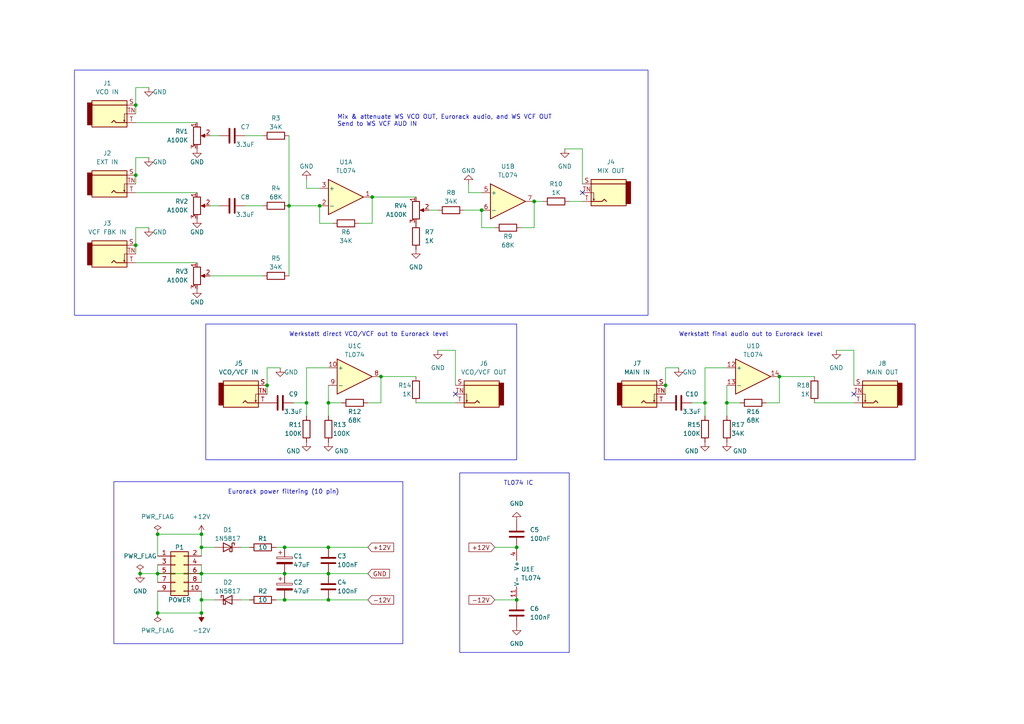
<source format=kicad_sch>
(kicad_sch (version 20230121) (generator eeschema)
  (paper "A4")
  (title_block (title "Werkstatt-01 Eurorack Adaptor") (date "2024-02-04") (rev "1") (company "Depthbuffer") (comment 2 "and a fat bass monster") (comment 3 "into a Eurorack voice") (comment 4 "Turn your Werkstatt-01"))
  (lib_symbols
    (symbol "Amplifier_Operational:TL074" (pin_names (offset 0.127))
      (property "Reference" "U" (at 0 5.08 0))
      (property "Value" "TL074" (at 0 -5.08 0))
      (symbol "TL074_1_1"
        (polyline (pts (xy -5.08 5.08) (xy 5.08 0) (xy -5.08 -5.08) (xy -5.08 5.08)) (stroke (width 0.254)) (fill (type background)))
        (pin output line (at 7.62 0 180) (length 2.54) (name "~") (number "1"))
        (pin input line (at -7.62 -2.54 0) (length 2.54) (name "-") (number "2"))
        (pin input line (at -7.62 2.54 0) (length 2.54) (name "+") (number "3"))
      )
      (symbol "TL074_2_1"
        (polyline (pts (xy -5.08 5.08) (xy 5.08 0) (xy -5.08 -5.08) (xy -5.08 5.08)) (stroke (width 0.254)) (fill (type background)))
        (pin input line (at -7.62 2.54 0) (length 2.54) (name "+") (number "5"))
        (pin input line (at -7.62 -2.54 0) (length 2.54) (name "-") (number "6"))
        (pin output line (at 7.62 0 180) (length 2.54) (name "~") (number "7"))
      )
      (symbol "TL074_3_1"
        (polyline (pts (xy -5.08 5.08) (xy 5.08 0) (xy -5.08 -5.08) (xy -5.08 5.08)) (stroke (width 0.254)) (fill (type background)))
        (pin input line (at -7.62 2.54 0) (length 2.54) (name "+") (number "10"))
        (pin output line (at 7.62 0 180) (length 2.54) (name "~") (number "8"))
        (pin input line (at -7.62 -2.54 0) (length 2.54) (name "-") (number "9"))
      )
      (symbol "TL074_4_1"
        (polyline (pts (xy -5.08 5.08) (xy 5.08 0) (xy -5.08 -5.08) (xy -5.08 5.08)) (stroke (width 0.254)) (fill (type background)))
        (pin input line (at -7.62 2.54 0) (length 2.54) (name "+") (number "12"))
        (pin input line (at -7.62 -2.54 0) (length 2.54) (name "-") (number "13"))
        (pin output line (at 7.62 0 180) (length 2.54) (name "~") (number "14"))
      )
      (symbol "TL074_5_1"
        (pin power_in line (at -2.54 -7.62 90) (length 3.81) (name "V-") (number "11"))
        (pin power_in line (at -2.54 7.62 270) (length 3.81) (name "V+") (number "4"))
      )
    )
    (symbol "Connector_Generic:Conn_02x05_Odd_Even" (pin_names (offset 1.016) hide)
      (property "Reference" "J" (at 1.27 7.62 0))
      (property "Value" "Conn_02x05_Odd_Even" (at 1.27 -7.62 0))
      (symbol "Conn_02x05_Odd_Even_1_1"
        (rectangle (start -1.27 -4.953) (end 0 -5.207) (stroke (width 0.1524)))
        (rectangle (start -1.27 -2.413) (end 0 -2.667) (stroke (width 0.1524)))
        (rectangle (start -1.27 0.127) (end 0 -0.127) (stroke (width 0.1524)))
        (rectangle (start -1.27 2.667) (end 0 2.413) (stroke (width 0.1524)))
        (rectangle (start -1.27 5.207) (end 0 4.953) (stroke (width 0.1524)))
        (rectangle (start -1.27 6.35) (end 3.81 -6.35) (stroke (width 0.254)) (fill (type background)))
        (rectangle (start 3.81 -4.953) (end 2.54 -5.207) (stroke (width 0.1524)))
        (rectangle (start 3.81 -2.413) (end 2.54 -2.667) (stroke (width 0.1524)))
        (rectangle (start 3.81 0.127) (end 2.54 -0.127) (stroke (width 0.1524)))
        (rectangle (start 3.81 2.667) (end 2.54 2.413) (stroke (width 0.1524)))
        (rectangle (start 3.81 5.207) (end 2.54 4.953) (stroke (width 0.1524)))
        (pin passive line (at -5.08 5.08 0) (length 3.81) (name "Pin_1") (number "1"))
        (pin passive line (at 7.62 -5.08 180) (length 3.81) (name "Pin_10") (number "10"))
        (pin passive line (at 7.62 5.08 180) (length 3.81) (name "Pin_2") (number "2"))
        (pin passive line (at -5.08 2.54 0) (length 3.81) (name "Pin_3") (number "3"))
        (pin passive line (at 7.62 2.54 180) (length 3.81) (name "Pin_4") (number "4"))
        (pin passive line (at -5.08 0 0) (length 3.81) (name "Pin_5") (number "5"))
        (pin passive line (at 7.62 0 180) (length 3.81) (name "Pin_6") (number "6"))
        (pin passive line (at -5.08 -2.54 0) (length 3.81) (name "Pin_7") (number "7"))
        (pin passive line (at 7.62 -2.54 180) (length 3.81) (name "Pin_8") (number "8"))
        (pin passive line (at -5.08 -5.08 0) (length 3.81) (name "Pin_9") (number "9"))
      )
    )
    (symbol "Device:C" (pin_numbers hide) (pin_names (offset 0.254))
      (property "Reference" "C" (at 0.635 2.54 0))
      (property "Value" "C" (at 0.635 -2.54 0))
      (symbol "C_0_1"
        (polyline (pts (xy -2.032 -0.762) (xy 2.032 -0.762)) (stroke (width 0.508)))
        (polyline (pts (xy -2.032 0.762) (xy 2.032 0.762)) (stroke (width 0.508)))
      )
      (symbol "C_1_1"
        (pin passive line (at 0 3.81 270) (length 2.794) (name "~") (number "1"))
        (pin passive line (at 0 -3.81 90) (length 2.794) (name "~") (number "2"))
      )
    )
    (symbol "Device:C_Polarized" (pin_numbers hide) (pin_names (offset 0.254))
      (property "Reference" "C" (at 0.635 2.54 0))
      (property "Value" "C_Polarized" (at 0.635 -2.54 0))
      (symbol "C_Polarized_0_1"
        (rectangle (start -2.286 0.508) (end 2.286 1.016))
        (polyline (pts (xy -1.778 2.286) (xy -0.762 2.286)))
        (polyline (pts (xy -1.27 2.794) (xy -1.27 1.778)))
        (rectangle (start 2.286 -0.508) (end -2.286 -1.016) (fill (type outline)))
      )
      (symbol "C_Polarized_1_1"
        (pin passive line (at 0 3.81 270) (length 2.794) (name "~") (number "1"))
        (pin passive line (at 0 -3.81 90) (length 2.794) (name "~") (number "2"))
      )
    )
    (symbol "Device:R" (pin_numbers hide) (pin_names (offset 0))
      (property "Reference" "R" (at 2.032 0 90))
      (property "Value" "R" (at 0 0 90))
      (symbol "R_0_1"
        (rectangle (start -1.016 -2.54) (end 1.016 2.54) (stroke (width 0.254)))
      )
      (symbol "R_1_1"
        (pin passive line (at 0 3.81 270) (length 1.27) (name "~") (number "1"))
        (pin passive line (at 0 -3.81 90) (length 1.27) (name "~") (number "2"))
      )
    )
    (symbol "Device:R_Potentiometer" (pin_names (offset 1.016) hide)
      (property "Reference" "RV" (at -4.445 0 90))
      (property "Value" "R_Potentiometer" (at -2.54 0 90))
      (symbol "R_Potentiometer_0_1"
        (polyline (pts (xy 2.54 0) (xy 1.524 0)))
        (polyline (pts (xy 1.143 0) (xy 2.286 0.508) (xy 2.286 -0.508) (xy 1.143 0)) (fill (type outline)))
        (rectangle (start 1.016 2.54) (end -1.016 -2.54) (stroke (width 0.254)))
      )
      (symbol "R_Potentiometer_1_1"
        (pin passive line (at 0 3.81 270) (length 1.27) (name "1") (number "1"))
        (pin passive line (at 3.81 0 180) (length 1.27) (name "2") (number "2"))
        (pin passive line (at 0 -3.81 90) (length 1.27) (name "3") (number "3"))
      )
    )
    (symbol "Diode:1N5817" (pin_numbers hide) (pin_names (offset 1.016) hide)
      (property "Reference" "D" (at 0 2.54 0))
      (property "Value" "1N5817" (at 0 -2.54 0))
      (symbol "1N5817_0_1"
        (polyline (pts (xy 1.27 0) (xy -1.27 0)))
        (polyline (pts (xy 1.27 1.27) (xy 1.27 -1.27) (xy -1.27 0) (xy 1.27 1.27)) (stroke (width 0.254)))
        (polyline (pts (xy -1.905 0.635) (xy -1.905 1.27) (xy -1.27 1.27) (xy -1.27 -1.27) (xy -0.635 -1.27) (xy -0.635 -0.635)) (stroke (width 0.254)))
      )
      (symbol "1N5817_1_1"
        (pin passive line (at -3.81 0 0) (length 2.54) (name "K") (number "1"))
        (pin passive line (at 3.81 0 180) (length 2.54) (name "A") (number "2"))
      )
    )
    (symbol "JackSockets:Jack_TS_Normalled"
      (property "Reference" "J" (at 0 8.89 0))
      (property "Value" "Jack_TS_Normalled" (at 0 6.35 0))
      (symbol "Jack_TS_Normalled_0_1"
        (rectangle (start -6.985 3.175) (end -5.715 -3.175) (stroke (width 0.254)) (fill (type outline)))
        (rectangle (start -5.715 3.81) (end 4.445 -3.81) (stroke (width 0.254)) (fill (type background)))
        (polyline (pts (xy 3.683 -2.286) (xy 3.937 -1.778)))
        (polyline (pts (xy 4.445 2.54) (xy -5.715 2.54)) (stroke (width 0.254)))
        (polyline (pts (xy 0 -2.54) (xy 0.635 -1.905) (xy 1.27 -2.54) (xy 4.445 -2.54)) (stroke (width 0.254)))
        (polyline (pts (xy 4.445 0) (xy 3.683 0) (xy 3.683 -2.286) (xy 3.429 -1.778)))
      )
      (symbol "Jack_TS_Normalled_1_1"
        (pin passive line (at 6.985 2.54 180) (length 2.54) (name "~") (number "S"))
        (pin passive line (at 6.985 -2.54 180) (length 2.54) (name "~") (number "T"))
        (pin passive line (at 6.985 0 180) (length 2.54) (name "~") (number "TN"))
      )
    )
    (symbol "power:+12V" (power) (pin_names (offset 0))
      (property "Value" "+12V" (at 0 3.556 0))
      (symbol "+12V_0_1"
        (polyline (pts (xy -0.762 1.27) (xy 0 2.54)))
        (polyline (pts (xy 0 0) (xy 0 2.54)))
        (polyline (pts (xy 0 2.54) (xy 0.762 1.27)))
      )
      (symbol "+12V_1_1"
        (pin power_in line (at 0 0 90) (length 0) hide (name "+12V") (number "1"))
      )
    )
    (symbol "power:-12V" (power) (pin_names (offset 0))
      (property "Value" "-12V" (at 0 3.81 0))
      (symbol "-12V_0_0"
        (pin power_in line (at 0 0 90) (length 0) hide (name "-12V") (number "1"))
      )
      (symbol "-12V_0_1"
        (polyline (pts (xy 0 0) (xy 0 1.27) (xy 0.762 1.27) (xy 0 2.54) (xy -0.762 1.27) (xy 0 1.27)) (fill (type outline)))
      )
    )
    (symbol "power:GND" (power) (pin_names (offset 0))
      (property "Value" "GND" (at 0 -3.81 0))
      (symbol "GND_0_1"
        (polyline (pts (xy 0 0) (xy 0 -1.27) (xy 1.27 -1.27) (xy 0 -2.54) (xy -1.27 -1.27) (xy 0 -1.27)))
      )
      (symbol "GND_1_1"
        (pin power_in line (at 0 0 270) (length 0) hide (name "GND") (number "1"))
      )
    )
    (symbol "power:PWR_FLAG" (power) (pin_numbers hide) (pin_names (offset 0) hide)
      (property "Value" "PWR_FLAG" (at 0 3.81 0))
      (symbol "PWR_FLAG_0_0"
        (pin power_out line (at 0 0 90) (length 0) (name "pwr") (number "1"))
      )
      (symbol "PWR_FLAG_0_1"
        (polyline (pts (xy 0 0) (xy 0 1.27) (xy -1.016 1.905) (xy 0 2.54) (xy 1.016 1.905) (xy 0 1.27)))
      )
    )
  )
  (junction (at 95.25 173.99))
  (junction (at 226.06 109.22))
  (junction (at 39.37 71.12))
  (junction (at 149.86 173.99))
  (junction (at 82.55 166.37))
  (junction (at 88.9 116.84))
  (junction (at 77.47 111.76))
  (junction (at 107.95 57.15))
  (junction (at 95.25 116.84))
  (junction (at 92.71 59.69))
  (junction (at 58.42 154.94))
  (junction (at 58.42 158.75))
  (junction (at 110.49 109.22))
  (junction (at 82.55 158.75))
  (junction (at 58.42 177.8))
  (junction (at 154.94 58.42))
  (junction (at 82.55 173.99))
  (junction (at 95.25 158.75))
  (junction (at 95.25 166.37))
  (junction (at 149.86 158.75))
  (junction (at 39.37 30.48))
  (junction (at 58.42 173.99))
  (junction (at 45.72 166.37))
  (junction (at 39.37 50.8))
  (junction (at 210.82 116.84))
  (junction (at 45.72 154.94))
  (junction (at 204.47 116.84))
  (junction (at 83.82 59.69))
  (junction (at 139.7 60.96))
  (junction (at 58.42 166.37))
  (junction (at 40.64 166.37))
  (junction (at 45.72 177.8))
  (junction (at 193.04 111.76))
  (no_connect (at 168.91 55.88))
  (no_connect (at 132.08 114.3))
  (no_connect (at 247.65 114.3))
  (wire (pts (xy 85.09 116.84) (xy 88.9 116.84)))
  (wire (pts (xy 43.18 45.72) (xy 39.37 45.72)))
  (wire (pts (xy 110.49 116.84) (xy 106.68 116.84)))
  (wire (pts (xy 60.96 39.37) (xy 63.5 39.37)))
  (wire (pts (xy 60.96 59.69) (xy 63.5 59.69)))
  (wire (pts (xy 83.82 59.69) (xy 92.71 59.69)))
  (wire (pts (xy 107.95 64.77) (xy 104.14 64.77)))
  (wire (pts (xy 60.96 80.01) (xy 76.2 80.01)))
  (wire (pts (xy 43.18 25.4) (xy 39.37 25.4)))
  (wire (pts (xy 39.37 45.72) (xy 39.37 50.8)))
  (wire (pts (xy 110.49 109.22) (xy 120.65 109.22)))
  (wire (pts (xy 168.91 53.34) (xy 168.91 43.18)))
  (wire (pts (xy 39.37 66.04) (xy 39.37 71.12)))
  (wire (pts (xy 45.72 161.29) (xy 45.72 154.94)))
  (wire (pts (xy 135.89 53.34) (xy 135.89 55.88)))
  (wire (pts (xy 196.85 106.68) (xy 193.04 106.68)))
  (wire (pts (xy 204.47 106.68) (xy 204.47 116.84)))
  (wire (pts (xy 95.25 116.84) (xy 95.25 120.65)))
  (wire (pts (xy 82.55 173.99) (xy 95.25 173.99)))
  (wire (pts (xy 165.1 58.42) (xy 168.91 58.42)))
  (wire (pts (xy 71.12 59.69) (xy 76.2 59.69)))
  (wire (pts (xy 77.47 111.76) (xy 77.47 114.3)))
  (wire (pts (xy 95.25 173.99) (xy 106.68 173.99)))
  (wire (pts (xy 226.06 116.84) (xy 222.25 116.84)))
  (wire (pts (xy 39.37 25.4) (xy 39.37 30.48)))
  (wire (pts (xy 210.82 116.84) (xy 210.82 111.76)))
  (wire (pts (xy 143.51 173.99) (xy 149.86 173.99)))
  (wire (pts (xy 242.57 101.6) (xy 247.65 101.6)))
  (wire (pts (xy 132.08 111.76) (xy 132.08 101.6)))
  (wire (pts (xy 39.37 55.88) (xy 57.15 55.88)))
  (wire (pts (xy 83.82 39.37) (xy 83.82 59.69)))
  (wire (pts (xy 135.89 55.88) (xy 139.7 55.88)))
  (wire (pts (xy 163.83 43.18) (xy 168.91 43.18)))
  (wire (pts (xy 39.37 76.2) (xy 57.15 76.2)))
  (wire (pts (xy 83.82 59.69) (xy 83.82 80.01)))
  (wire (pts (xy 82.55 158.75) (xy 95.25 158.75)))
  (wire (pts (xy 139.7 66.04) (xy 139.7 60.96)))
  (wire (pts (xy 120.65 116.84) (xy 132.08 116.84)))
  (wire (pts (xy 143.51 158.75) (xy 149.86 158.75)))
  (wire (pts (xy 204.47 116.84) (xy 204.47 120.65)))
  (wire (pts (xy 124.46 60.96) (xy 127 60.96)))
  (wire (pts (xy 72.39 158.75) (xy 69.85 158.75)))
  (wire (pts (xy 154.94 58.42) (xy 157.48 58.42)))
  (wire (pts (xy 236.22 116.84) (xy 247.65 116.84)))
  (wire (pts (xy 58.42 154.94) (xy 58.42 158.75)))
  (wire (pts (xy 58.42 163.83) (xy 58.42 166.37)))
  (wire (pts (xy 80.01 158.75) (xy 82.55 158.75)))
  (wire (pts (xy 200.66 116.84) (xy 204.47 116.84)))
  (wire (pts (xy 95.25 166.37) (xy 106.68 166.37)))
  (wire (pts (xy 58.42 166.37) (xy 58.42 168.91)))
  (wire (pts (xy 77.47 106.68) (xy 77.47 111.76)))
  (wire (pts (xy 226.06 109.22) (xy 236.22 109.22)))
  (wire (pts (xy 247.65 111.76) (xy 247.65 101.6)))
  (wire (pts (xy 58.42 173.99) (xy 62.23 173.99)))
  (wire (pts (xy 58.42 173.99) (xy 58.42 177.8)))
  (wire (pts (xy 45.72 154.94) (xy 58.42 154.94)))
  (wire (pts (xy 96.52 64.77) (xy 92.71 64.77)))
  (wire (pts (xy 88.9 52.07) (xy 88.9 54.61)))
  (wire (pts (xy 210.82 116.84) (xy 210.82 120.65)))
  (wire (pts (xy 58.42 166.37) (xy 82.55 166.37)))
  (wire (pts (xy 143.51 66.04) (xy 139.7 66.04)))
  (wire (pts (xy 92.71 64.77) (xy 92.71 59.69)))
  (wire (pts (xy 82.55 166.37) (xy 95.25 166.37)))
  (wire (pts (xy 134.62 60.96) (xy 139.7 60.96)))
  (wire (pts (xy 58.42 158.75) (xy 58.42 161.29)))
  (wire (pts (xy 58.42 171.45) (xy 58.42 173.99)))
  (wire (pts (xy 193.04 111.76) (xy 193.04 114.3)))
  (wire (pts (xy 71.12 39.37) (xy 76.2 39.37)))
  (wire (pts (xy 88.9 54.61) (xy 92.71 54.61)))
  (wire (pts (xy 95.25 158.75) (xy 106.68 158.75)))
  (wire (pts (xy 43.18 66.04) (xy 39.37 66.04)))
  (wire (pts (xy 154.94 58.42) (xy 154.94 66.04)))
  (wire (pts (xy 193.04 106.68) (xy 193.04 111.76)))
  (wire (pts (xy 40.64 166.37) (xy 45.72 166.37)))
  (wire (pts (xy 45.72 163.83) (xy 45.72 166.37)))
  (wire (pts (xy 99.06 116.84) (xy 95.25 116.84)))
  (wire (pts (xy 72.39 173.99) (xy 69.85 173.99)))
  (wire (pts (xy 95.25 116.84) (xy 95.25 111.76)))
  (wire (pts (xy 107.95 57.15) (xy 107.95 64.77)))
  (wire (pts (xy 95.25 106.68) (xy 88.9 106.68)))
  (wire (pts (xy 226.06 109.22) (xy 226.06 116.84)))
  (wire (pts (xy 39.37 50.8) (xy 39.37 53.34)))
  (wire (pts (xy 210.82 106.68) (xy 204.47 106.68)))
  (wire (pts (xy 39.37 35.56) (xy 57.15 35.56)))
  (wire (pts (xy 45.72 166.37) (xy 58.42 166.37)))
  (wire (pts (xy 88.9 116.84) (xy 88.9 120.65)))
  (wire (pts (xy 39.37 71.12) (xy 39.37 73.66)))
  (wire (pts (xy 45.72 177.8) (xy 58.42 177.8)))
  (wire (pts (xy 127 101.6) (xy 132.08 101.6)))
  (wire (pts (xy 39.37 30.48) (xy 39.37 33.02)))
  (wire (pts (xy 45.72 171.45) (xy 45.72 177.8)))
  (wire (pts (xy 214.63 116.84) (xy 210.82 116.84)))
  (wire (pts (xy 107.95 57.15) (xy 120.65 57.15)))
  (wire (pts (xy 58.42 158.75) (xy 62.23 158.75)))
  (wire (pts (xy 88.9 106.68) (xy 88.9 116.84)))
  (wire (pts (xy 110.49 109.22) (xy 110.49 116.84)))
  (wire (pts (xy 80.01 173.99) (xy 82.55 173.99)))
  (wire (pts (xy 154.94 66.04) (xy 151.13 66.04)))
  (wire (pts (xy 81.28 106.68) (xy 77.47 106.68)))
  (wire (pts (xy 45.72 166.37) (xy 45.72 168.91)))
  (rectangle (start 133.35 137.16) (end 165.1 189.23))
  (rectangle (start 175.26 93.98) (end 265.43 133.35))
  (rectangle (start 59.69 93.98) (end 149.86 133.35))
  (rectangle (start 21.59 20.32) (end 187.96 91.44))
  (rectangle (start 33.02 139.7) (end 116.84 186.69))
  (text "Mix & attenuate WS VCO OUT, Eurorack audio, and WS VCF OUT\nSend to WS VCF AUD IN" (at 97.79 36.83 0) (effects (font (size 1.27 1.27)) (justify left bottom)))
  (text "TL074 IC" (at 146.05 140.97 0) (effects (font (size 1.27 1.27)) (justify left bottom)))
  (text "Werkstatt direct VCO/VCF out to Eurorack level" (at 83.82 97.79 0) (effects (font (size 1.27 1.27)) (justify left bottom)))
  (text "Eurorack power filtering (10 pin)\n" (at 66.04 143.51 0) (effects (font (size 1.27 1.27)) (justify left bottom)))
  (text "Werkstatt final audio out to Eurorack level" (at 196.85 97.79 0) (effects (font (size 1.27 1.27)) (justify left bottom)))
  (global_label "-12V" (shape input) (at 106.68 173.99 0) (property "Intersheetrefs" "${INTERSHEET_REFS}" (effects hide)))
  (global_label "GND" (shape input) (at 106.68 166.37 0) (property "Intersheetrefs" "${INTERSHEET_REFS}" (effects hide)))
  (global_label "+12V" (shape input) (at 143.51 158.75 180) (property "Intersheetrefs" "${INTERSHEET_REFS}" (effects hide)))
  (global_label "+12V" (shape input) (at 106.68 158.75 0) (property "Intersheetrefs" "${INTERSHEET_REFS}" (effects hide)))
  (global_label "-12V" (shape input) (at 143.51 173.99 180) (property "Intersheetrefs" "${INTERSHEET_REFS}" (effects hide)))
  (symbol (lib_id "power:GND") (at 57.15 83.82 0) (unit 1)
    (property "Reference" "#PWR011" (effects hide))
    (property "Value" "GND" (at 57.15 87.63 0))
  )
  (symbol (lib_id "power:GND") (at 163.83 43.18 0) (unit 1)
    (property "Reference" "#PWR015" (effects hide))
    (property "Value" "GND" (at 163.83 48.26 0))
  )
  (symbol (lib_id "Diode:1N5817") (at 66.04 158.75 0) (mirror y) (unit 1)
    (property "Reference" "D1" (at 66.04 153.67 0))
    (property "Value" "1N5817" (at 66.04 156.21 0))
    (property "Footprint" "Diode_THT:D_DO-41_SOD81_P10.16mm_Horizontal" (effects hide))
    (property "Datasheet" "http://www.vishay.com/docs/88525/1n5817.pdf" (effects hide))
  )
  (symbol (lib_id "power:GND") (at 88.9 52.07 180) (unit 1)
    (property "Reference" "#PWR012" (effects hide))
    (property "Value" "GND" (at 88.9 48.26 0))
  )
  (symbol (lib_id "power:GND") (at 88.9 128.27 0) (unit 1)
    (property "Reference" "#PWR020" (effects hide))
    (property "Value" "GND" (at 85.09 130.81 0))
  )
  (symbol (lib_id "Device:R_Potentiometer") (at 57.15 80.01 0) (unit 1)
    (property "Reference" "RV3" (at 54.61 78.74 0) (effects (justify right)))
    (property "Value" "A100K" (at 54.61 81.28 0) (effects (justify right)))
  )
  (symbol (lib_id "Device:R") (at 100.33 64.77 270) (unit 1)
    (property "Reference" "R6" (at 100.33 67.31 90))
    (property "Value" "34K" (at 100.33 69.85 90))
  )
  (symbol (lib_id "power:GND") (at 120.65 72.39 0) (unit 1)
    (property "Reference" "#PWR013" (effects hide))
    (property "Value" "GND" (at 120.65 77.47 0))
  )
  (symbol (lib_id "Amplifier_Operational:TL074") (at 100.33 57.15 0) (unit 1)
    (property "Reference" "U1" (at 100.33 46.99 0))
    (property "Value" "TL074" (at 100.33 49.53 0))
    (property "Datasheet" "http://www.ti.com/lit/ds/symlink/tl071.pdf" (effects hide))
  )
  (symbol (lib_id "Device:C") (at 149.86 154.94 0) (unit 1)
    (property "Reference" "C5" (at 153.67 153.67 0) (effects (justify left)))
    (property "Value" "100nF" (at 153.67 156.21 0) (effects (justify left)))
  )
  (symbol (lib_id "power:GND") (at 57.15 43.18 0) (unit 1)
    (property "Reference" "#PWR09" (effects hide))
    (property "Value" "GND" (at 57.15 46.99 0))
  )
  (symbol (lib_id "Amplifier_Operational:TL074") (at 152.4 166.37 0) (unit 5)
    (property "Reference" "U1" (at 151.13 165.1 0) (effects (justify left)))
    (property "Value" "TL074" (at 151.13 167.64 0) (effects (justify left)))
    (property "Datasheet" "http://www.ti.com/lit/ds/symlink/tl071.pdf" (effects hide))
  )
  (symbol (lib_id "Device:R") (at 147.32 66.04 270) (unit 1)
    (property "Reference" "R9" (at 147.32 68.58 90))
    (property "Value" "68K" (at 147.32 71.12 90))
  )
  (symbol (lib_id "Device:R_Potentiometer") (at 120.65 60.96 0) (unit 1)
    (property "Reference" "RV4" (at 118.11 59.69 0) (effects (justify right)))
    (property "Value" "A100K" (at 118.11 62.23 0) (effects (justify right)))
  )
  (symbol (lib_id "JackSockets:Jack_TS_Normalled") (at 175.895 55.88 0) (mirror y) (unit 1)
    (property "Reference" "J4" (at 177.165 46.99 0))
    (property "Value" "MIX OUT" (at 177.165 49.53 0))
  )
  (symbol (lib_id "Amplifier_Operational:TL074") (at 218.44 109.22 0) (unit 4)
    (property "Reference" "U1" (at 218.44 100.33 0))
    (property "Value" "TL074" (at 218.44 102.87 0))
    (property "Datasheet" "http://www.ti.com/lit/ds/symlink/tl071.pdf" (effects hide))
  )
  (symbol (lib_id "Device:R") (at 76.2 158.75 270) (unit 1)
    (property "Reference" "R1" (at 76.2 156.21 90))
    (property "Value" "10" (at 76.2 158.75 90))
  )
  (symbol (lib_id "Device:R") (at 80.01 59.69 90) (unit 1)
    (property "Reference" "R4" (at 80.01 54.61 90))
    (property "Value" "68K" (at 80.01 57.15 90))
  )
  (symbol (lib_id "Device:C") (at 95.25 170.18 0) (unit 1)
    (property "Reference" "C4" (at 97.79 168.91 0) (effects (justify left)))
    (property "Value" "100nF" (at 97.79 171.45 0) (effects (justify left)))
  )
  (symbol (lib_id "Device:C") (at 67.31 39.37 90) (unit 1)
    (property "Reference" "C7" (at 71.12 36.83 90))
    (property "Value" "3.3uF" (at 71.12 41.91 90))
  )
  (symbol (lib_id "JackSockets:Jack_TS_Normalled") (at 254.635 114.3 0) (mirror y) (unit 1)
    (property "Reference" "J8" (at 255.905 105.41 0))
    (property "Value" "MAIN OUT" (at 255.905 107.95 0))
  )
  (symbol (lib_id "Device:R") (at 218.44 116.84 270) (unit 1)
    (property "Reference" "R16" (at 218.44 119.38 90))
    (property "Value" "68K" (at 218.44 121.92 90))
  )
  (symbol (lib_id "power:GND") (at 127 101.6 0) (unit 1)
    (property "Reference" "#PWR018" (effects hide))
    (property "Value" "GND" (at 127 106.68 0))
  )
  (symbol (lib_id "power:GND") (at 210.82 128.27 0) (mirror y) (unit 1)
    (property "Reference" "#PWR023" (effects hide))
    (property "Value" "GND" (at 214.63 130.81 0))
  )
  (symbol (lib_id "Device:R") (at 80.01 80.01 90) (unit 1)
    (property "Reference" "R5" (at 80.01 74.93 90))
    (property "Value" "34K" (at 80.01 77.47 90))
  )
  (symbol (lib_id "power:GND") (at 242.57 101.6 0) (unit 1)
    (property "Reference" "#PWR019" (effects hide))
    (property "Value" "GND" (at 242.57 106.68 0))
  )
  (symbol (lib_id "Device:R_Potentiometer") (at 57.15 39.37 0) (unit 1)
    (property "Reference" "RV1" (at 54.61 38.1 0) (effects (justify right)))
    (property "Value" "A100K" (at 54.61 40.64 0) (effects (justify right)))
  )
  (symbol (lib_id "Device:R") (at 76.2 173.99 90) (unit 1)
    (property "Reference" "R2" (at 76.2 171.45 90))
    (property "Value" "10" (at 76.2 173.99 90))
  )
  (symbol (lib_id "Device:C_Polarized") (at 82.55 162.56 0) (unit 1)
    (property "Reference" "C1" (at 85.09 161.29 0) (effects (justify left)))
    (property "Value" "47uF" (at 85.09 163.83 0) (effects (justify left)))
  )
  (symbol (lib_id "power:GND") (at 95.25 128.27 0) (mirror y) (unit 1)
    (property "Reference" "#PWR022" (effects hide))
    (property "Value" "GND" (at 99.06 130.81 0))
  )
  (symbol (lib_id "power:PWR_FLAG") (at 45.72 154.94 0) (unit 1)
    (property "Reference" "#FLG01" (effects hide))
    (property "Value" "PWR_FLAG" (at 45.72 149.86 0))
  )
  (symbol (lib_id "power:GND") (at 43.18 66.04 0) (unit 1)
    (property "Reference" "#PWR08" (effects hide))
    (property "Value" "GND" (at 46.355 67.31 0))
  )
  (symbol (lib_id "Device:C") (at 196.85 116.84 90) (unit 1)
    (property "Reference" "C10" (at 200.66 114.3 90))
    (property "Value" "3.3uF" (at 200.66 119.38 90))
  )
  (symbol (lib_id "power:GND") (at 43.18 25.4 0) (unit 1)
    (property "Reference" "#PWR06" (effects hide))
    (property "Value" "GND" (at 46.355 26.67 0))
  )
  (symbol (lib_id "Device:R") (at 95.25 124.46 0) (unit 1)
    (property "Reference" "R13" (at 96.52 123.19 0) (effects (justify left)))
    (property "Value" "100K" (at 96.52 125.73 0) (effects (justify left)))
  )
  (symbol (lib_id "Device:R") (at 161.29 58.42 90) (unit 1)
    (property "Reference" "R10" (at 161.29 53.34 90))
    (property "Value" "1K" (at 161.29 55.88 90))
  )
  (symbol (lib_id "Device:R_Potentiometer") (at 57.15 59.69 0) (unit 1)
    (property "Reference" "RV2" (at 54.61 58.42 0) (effects (justify right)))
    (property "Value" "A100K" (at 54.61 60.96 0) (effects (justify right)))
  )
  (symbol (lib_id "power:GND") (at 204.47 128.27 0) (unit 1)
    (property "Reference" "#PWR021" (effects hide))
    (property "Value" "GND" (at 200.66 130.81 0))
  )
  (symbol (lib_id "Device:R") (at 102.87 116.84 270) (unit 1)
    (property "Reference" "R12" (at 102.87 119.38 90))
    (property "Value" "68K" (at 102.87 121.92 90))
  )
  (symbol (lib_id "power:GND") (at 135.89 53.34 180) (unit 1)
    (property "Reference" "#PWR014" (effects hide))
    (property "Value" "GND" (at 135.89 49.53 0))
  )
  (symbol (lib_id "power:PWR_FLAG") (at 45.72 177.8 180) (unit 1)
    (property "Reference" "#FLG02" (effects hide))
    (property "Value" "PWR_FLAG" (at 45.72 182.88 0))
  )
  (symbol (lib_id "power:GND") (at 149.86 151.13 180) (unit 1)
    (property "Reference" "#PWR05" (effects hide))
    (property "Value" "GND" (at 149.86 146.05 0))
  )
  (symbol (lib_id "Device:C") (at 95.25 162.56 0) (unit 1)
    (property "Reference" "C3" (at 97.79 161.29 0) (effects (justify left)))
    (property "Value" "100nF" (at 97.79 163.83 0) (effects (justify left)))
  )
  (symbol (lib_id "power:GND") (at 43.18 45.72 0) (unit 1)
    (property "Reference" "#PWR07" (effects hide))
    (property "Value" "GND" (at 46.355 46.99 0))
  )
  (symbol (lib_id "power:GND") (at 40.64 166.37 0) (unit 1)
    (property "Reference" "#PWR03" (effects hide))
    (property "Value" "GND" (at 40.64 171.45 0))
  )
  (symbol (lib_id "Device:C") (at 81.28 116.84 90) (unit 1)
    (property "Reference" "C9" (at 85.09 114.3 90))
    (property "Value" "3.3uF" (at 85.09 119.38 90))
  )
  (symbol (lib_id "power:+12V") (at 58.42 154.94 0) (unit 1)
    (property "Reference" "#PWR01" (effects hide))
    (property "Value" "+12V" (at 58.42 149.86 0))
  )
  (symbol (lib_id "JackSockets:Jack_TS_Normalled") (at 186.055 114.3 0) (unit 1)
    (property "Reference" "J7" (at 184.785 105.41 0))
    (property "Value" "MAIN IN" (at 184.785 107.95 0))
  )
  (symbol (lib_id "JackSockets:Jack_TS_Normalled") (at 32.385 53.34 0) (unit 1)
    (property "Reference" "J2" (at 31.115 44.45 0))
    (property "Value" "EXT IN" (at 31.115 46.99 0))
  )
  (symbol (lib_id "power:GND") (at 57.15 63.5 0) (unit 1)
    (property "Reference" "#PWR010" (effects hide))
    (property "Value" "GND" (at 57.15 67.31 0))
  )
  (symbol (lib_id "Device:C") (at 67.31 59.69 90) (unit 1)
    (property "Reference" "C8" (at 71.12 57.15 90))
    (property "Value" "3.3uF" (at 71.12 62.23 90))
  )
  (symbol (lib_id "Device:R") (at 120.65 113.03 0) (mirror y) (unit 1)
    (property "Reference" "R14" (at 119.38 111.76 0) (effects (justify left)))
    (property "Value" "1K" (at 119.38 114.3 0) (effects (justify left)))
  )
  (symbol (lib_id "Amplifier_Operational:TL074") (at 147.32 58.42 0) (unit 2)
    (property "Reference" "U1" (at 147.32 48.26 0))
    (property "Value" "TL074" (at 147.32 50.8 0))
    (property "Datasheet" "http://www.ti.com/lit/ds/symlink/tl071.pdf" (effects hide))
  )
  (symbol (lib_id "Device:R") (at 204.47 124.46 0) (mirror y) (unit 1)
    (property "Reference" "R15" (at 203.2 123.19 0) (effects (justify left)))
    (property "Value" "100K" (at 203.2 125.73 0) (effects (justify left)))
  )
  (symbol (lib_id "power:-12V") (at 58.42 177.8 180) (unit 1)
    (property "Reference" "#PWR02" (effects hide))
    (property "Value" "-12V" (at 58.42 182.88 0))
  )
  (symbol (lib_id "Diode:1N5817") (at 66.04 173.99 0) (unit 1)
    (property "Reference" "D2" (at 66.04 168.91 0))
    (property "Value" "1N5817" (at 66.04 171.45 0))
    (property "Footprint" "Diode_THT:D_DO-41_SOD81_P10.16mm_Horizontal" (effects hide))
    (property "Datasheet" "http://www.vishay.com/docs/88525/1n5817.pdf" (effects hide))
  )
  (symbol (lib_id "power:PWR_FLAG") (at 40.64 166.37 0) (unit 1)
    (property "Reference" "#FLG03" (effects hide))
    (property "Value" "PWR_FLAG" (at 40.64 161.29 0))
  )
  (symbol (lib_id "Amplifier_Operational:TL074") (at 102.87 109.22 0) (unit 3)
    (property "Reference" "U1" (at 102.87 100.33 0))
    (property "Value" "TL074" (at 102.87 102.87 0))
    (property "Datasheet" "http://www.ti.com/lit/ds/symlink/tl071.pdf" (effects hide))
  )
  (symbol (lib_id "JackSockets:Jack_TS_Normalled") (at 139.065 114.3 0) (mirror y) (unit 1)
    (property "Reference" "J6" (at 140.335 105.41 0))
    (property "Value" "VCO/VCF OUT" (at 140.335 107.95 0))
  )
  (symbol (lib_id "Device:R") (at 236.22 113.03 0) (mirror y) (unit 1)
    (property "Reference" "R18" (at 234.95 111.76 0) (effects (justify left)))
    (property "Value" "1K" (at 234.95 114.3 0) (effects (justify left)))
  )
  (symbol (lib_id "Device:R") (at 120.65 68.58 0) (unit 1)
    (property "Reference" "R7" (at 123.19 67.31 0) (effects (justify left)))
    (property "Value" "1K" (at 123.19 69.85 0) (effects (justify left)))
  )
  (symbol (lib_id "JackSockets:Jack_TS_Normalled") (at 32.385 73.66 0) (unit 1)
    (property "Reference" "J3" (at 31.115 64.77 0))
    (property "Value" "VCF FBK IN" (at 31.115 67.31 0))
  )
  (symbol (lib_id "Device:R") (at 130.81 60.96 90) (unit 1)
    (property "Reference" "R8" (at 130.81 55.88 90))
    (property "Value" "34K" (at 130.81 58.42 90))
  )
  (symbol (lib_id "power:GND") (at 149.86 181.61 0) (unit 1)
    (property "Reference" "#PWR04" (effects hide))
    (property "Value" "GND" (at 149.86 186.69 0))
  )
  (symbol (lib_id "Device:R") (at 80.01 39.37 270) (unit 1)
    (property "Reference" "R3" (at 80.01 34.29 90))
    (property "Value" "34K" (at 80.01 36.83 90))
  )
  (symbol (lib_id "JackSockets:Jack_TS_Normalled") (at 32.385 33.02 0) (unit 1)
    (property "Reference" "J1" (at 31.115 24.13 0))
    (property "Value" "VCO IN" (at 31.115 26.67 0))
  )
  (symbol (lib_id "power:GND") (at 81.28 106.68 0) (unit 1)
    (property "Reference" "#PWR016" (effects hide))
    (property "Value" "GND" (at 84.455 107.95 0))
  )
  (symbol (lib_id "Device:C_Polarized") (at 82.55 170.18 0) (unit 1)
    (property "Reference" "C2" (at 85.09 168.91 0) (effects (justify left)))
    (property "Value" "47uF" (at 85.09 171.45 0) (effects (justify left)))
  )
  (symbol (lib_id "Connector_Generic:Conn_02x05_Odd_Even") (at 50.8 166.37 0) (unit 1)
    (property "Reference" "P1" (at 52.07 158.75 0))
    (property "Value" "POWER" (at 52.07 173.99 0))
  )
  (symbol (lib_id "Device:R") (at 88.9 124.46 0) (mirror y) (unit 1)
    (property "Reference" "R11" (at 87.63 123.19 0) (effects (justify left)))
    (property "Value" "100K" (at 87.63 125.73 0) (effects (justify left)))
  )
  (symbol (lib_id "Device:R") (at 210.82 124.46 0) (unit 1)
    (property "Reference" "R17" (at 212.09 123.19 0) (effects (justify left)))
    (property "Value" "34K" (at 212.09 125.73 0) (effects (justify left)))
  )
  (symbol (lib_id "JackSockets:Jack_TS_Normalled") (at 70.485 114.3 0) (unit 1)
    (property "Reference" "J5" (at 69.215 105.41 0))
    (property "Value" "VCO/VCF IN" (at 69.215 107.95 0))
  )
  (symbol (lib_id "power:GND") (at 196.85 106.68 0) (unit 1)
    (property "Reference" "#PWR017" (effects hide))
    (property "Value" "GND" (at 200.025 107.95 0))
  )
  (symbol (lib_id "Device:C") (at 149.86 177.8 0) (unit 1)
    (property "Reference" "C6" (at 153.67 176.53 0) (effects (justify left)))
    (property "Value" "100nF" (at 153.67 179.07 0) (effects (justify left)))
  )
)
</source>
